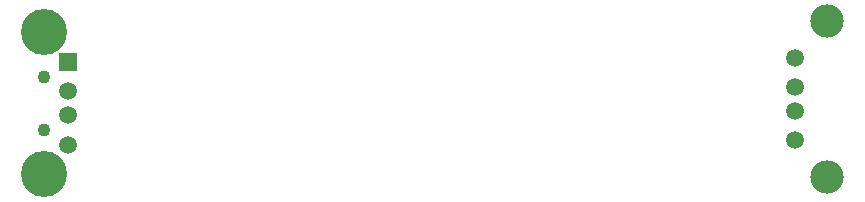
<source format=gbr>
%TF.GenerationSoftware,KiCad,Pcbnew,9.0.6*%
%TF.CreationDate,2026-01-01T05:05:04-06:00*%
%TF.ProjectId,2040Listener,32303430-4c69-4737-9465-6e65722e6b69,rev?*%
%TF.SameCoordinates,Original*%
%TF.FileFunction,Soldermask,Bot*%
%TF.FilePolarity,Negative*%
%FSLAX46Y46*%
G04 Gerber Fmt 4.6, Leading zero omitted, Abs format (unit mm)*
G04 Created by KiCad (PCBNEW 9.0.6) date 2026-01-01 05:05:04*
%MOMM*%
%LPD*%
G01*
G04 APERTURE LIST*
%ADD10C,2.819400*%
%ADD11C,1.498600*%
%ADD12R,1.500000X1.500000*%
%ADD13C,1.500000*%
%ADD14C,3.900000*%
%ADD15C,1.100000*%
G04 APERTURE END LIST*
D10*
%TO.C,J1*%
X168639700Y-60422500D03*
X168639700Y-73562500D03*
D11*
X165929700Y-63492501D03*
X165929700Y-65992499D03*
X165929700Y-67992500D03*
X165929700Y-70492500D03*
%TD*%
D12*
%TO.C,J2*%
X104375000Y-63850000D03*
D13*
X104375000Y-66350000D03*
X104375000Y-68350000D03*
X104375000Y-70850000D03*
D14*
X102275000Y-61350000D03*
X102275000Y-73350000D03*
D15*
X102275000Y-65100000D03*
X102275000Y-69600000D03*
%TD*%
M02*

</source>
